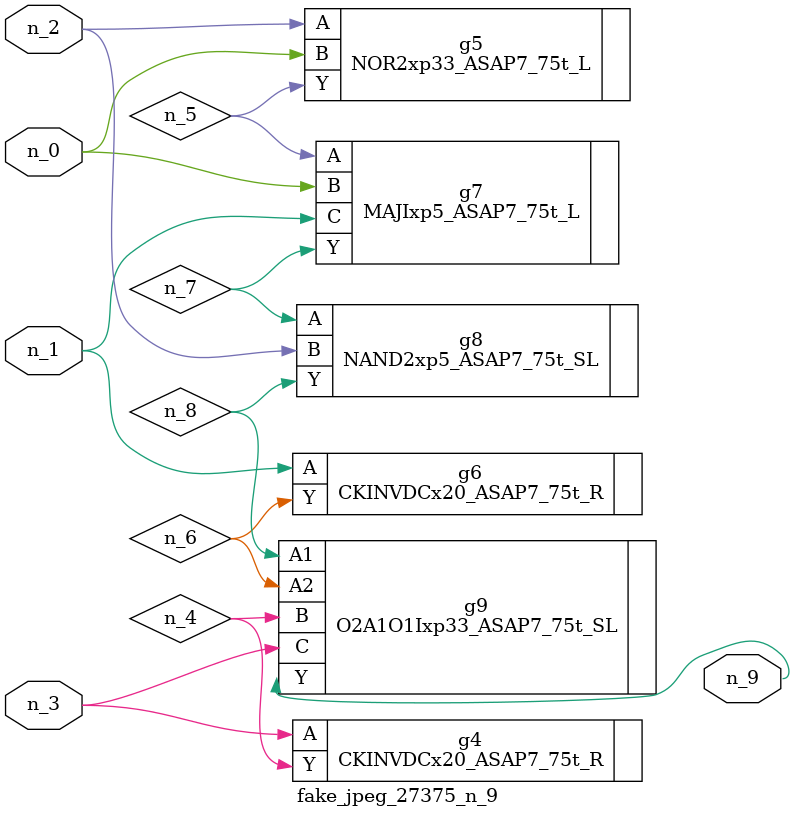
<source format=v>
module fake_jpeg_27375_n_9 (n_0, n_3, n_2, n_1, n_9);

input n_0;
input n_3;
input n_2;
input n_1;

output n_9;

wire n_4;
wire n_8;
wire n_6;
wire n_5;
wire n_7;

CKINVDCx20_ASAP7_75t_R g4 ( 
.A(n_3),
.Y(n_4)
);

NOR2xp33_ASAP7_75t_L g5 ( 
.A(n_2),
.B(n_0),
.Y(n_5)
);

CKINVDCx20_ASAP7_75t_R g6 ( 
.A(n_1),
.Y(n_6)
);

MAJIxp5_ASAP7_75t_L g7 ( 
.A(n_5),
.B(n_0),
.C(n_1),
.Y(n_7)
);

NAND2xp5_ASAP7_75t_SL g8 ( 
.A(n_7),
.B(n_2),
.Y(n_8)
);

O2A1O1Ixp33_ASAP7_75t_SL g9 ( 
.A1(n_8),
.A2(n_6),
.B(n_4),
.C(n_3),
.Y(n_9)
);


endmodule
</source>
